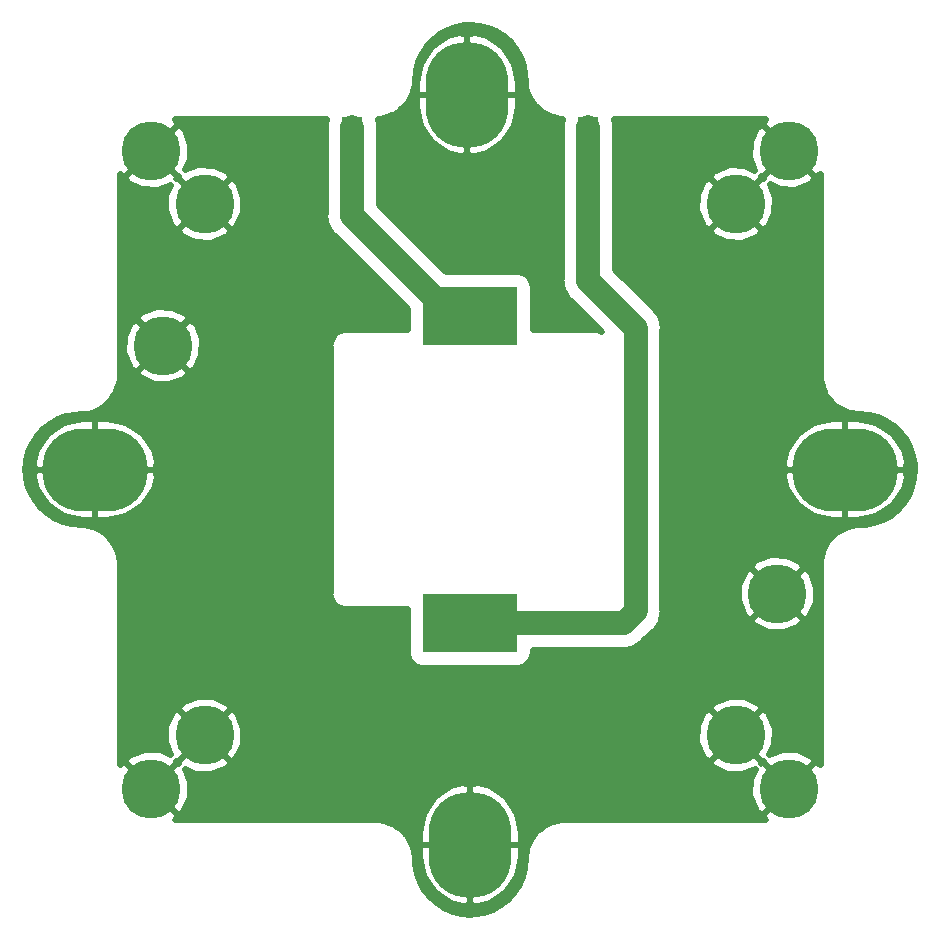
<source format=gbr>
G04 #@! TF.GenerationSoftware,KiCad,Pcbnew,(5.0.0)*
G04 #@! TF.CreationDate,2020-03-30T15:38:54-04:00*
G04 #@! TF.ProjectId,10W White LED,313057205768697465204C45442E6B69,rev?*
G04 #@! TF.SameCoordinates,Original*
G04 #@! TF.FileFunction,Copper,L2,Bot,Signal*
G04 #@! TF.FilePolarity,Positive*
%FSLAX46Y46*%
G04 Gerber Fmt 4.6, Leading zero omitted, Abs format (unit mm)*
G04 Created by KiCad (PCBNEW (5.0.0)) date 03/30/20 15:38:54*
%MOMM*%
%LPD*%
G01*
G04 APERTURE LIST*
G04 #@! TA.AperFunction,ComponentPad*
%ADD10O,9.000000X7.000000*%
G04 #@! TD*
G04 #@! TA.AperFunction,ComponentPad*
%ADD11O,7.000000X9.000000*%
G04 #@! TD*
G04 #@! TA.AperFunction,ComponentPad*
%ADD12C,5.000000*%
G04 #@! TD*
G04 #@! TA.AperFunction,SMDPad,CuDef*
%ADD13R,8.000000X5.000000*%
G04 #@! TD*
G04 #@! TA.AperFunction,ComponentPad*
%ADD14R,1.700000X1.700000*%
G04 #@! TD*
G04 #@! TA.AperFunction,Conductor*
%ADD15C,2.000000*%
G04 #@! TD*
G04 #@! TA.AperFunction,Conductor*
%ADD16C,0.500000*%
G04 #@! TD*
G04 APERTURE END LIST*
D10*
G04 #@! TO.P,LENSE1,1*
G04 #@! TO.N,GND*
X181750000Y-100000000D03*
D11*
X149750000Y-68250000D03*
D10*
X118250000Y-100000000D03*
D11*
X150000000Y-131750000D03*
G04 #@! TD*
D12*
G04 #@! TO.P,HEATSINK1,3*
G04 #@! TO.N,GND*
X172500000Y-122500000D03*
X127500000Y-122500000D03*
X127500000Y-77500000D03*
X172500000Y-77500000D03*
G04 #@! TO.P,HEATSINK1,2*
X124000000Y-89500000D03*
G04 #@! TO.P,HEATSINK1,1*
X176000000Y-110500000D03*
G04 #@! TD*
D13*
G04 #@! TO.P,D1,1*
G04 #@! TO.N,Net-(D1-Pad1)*
X150000000Y-113000000D03*
G04 #@! TO.P,D1,2*
G04 #@! TO.N,Net-(D1-Pad2)*
X150000000Y-87000000D03*
G04 #@! TD*
D12*
G04 #@! TO.P,MNT1,1*
G04 #@! TO.N,GND*
X123000000Y-73000000D03*
G04 #@! TD*
G04 #@! TO.P,MNT2,1*
G04 #@! TO.N,GND*
X177000000Y-73000000D03*
G04 #@! TD*
G04 #@! TO.P,MNT3,1*
G04 #@! TO.N,GND*
X177000000Y-127000000D03*
G04 #@! TD*
G04 #@! TO.P,MNT4,1*
G04 #@! TO.N,GND*
X123000000Y-127000000D03*
G04 #@! TD*
D14*
G04 #@! TO.P,NEG1,1*
G04 #@! TO.N,Net-(D1-Pad1)*
X160000000Y-71000000D03*
G04 #@! TD*
G04 #@! TO.P,POS1,1*
G04 #@! TO.N,Net-(D1-Pad2)*
X140000000Y-71000000D03*
G04 #@! TD*
D15*
G04 #@! TO.N,Net-(D1-Pad2)*
X148500000Y-87000000D02*
X150000000Y-87000000D01*
X140000000Y-78500000D02*
X148500000Y-87000000D01*
X140000000Y-71000000D02*
X140000000Y-78500000D01*
G04 #@! TO.N,Net-(D1-Pad1)*
X150000000Y-113000000D02*
X163000000Y-113000000D01*
X163000000Y-113000000D02*
X164000000Y-112000000D01*
X164000000Y-112000000D02*
X164000000Y-88000000D01*
X160000000Y-84000000D02*
X160000000Y-71000000D01*
X164000000Y-88000000D02*
X160000000Y-84000000D01*
G04 #@! TD*
D16*
G04 #@! TO.N,GND*
G36*
X137750000Y-70778395D02*
X137750001Y-78278391D01*
X137705920Y-78500000D01*
X137880547Y-79377907D01*
X137928240Y-79449284D01*
X138377841Y-80122160D01*
X138565710Y-80247690D01*
X144725512Y-86407493D01*
X144725512Y-88175000D01*
X139630499Y-88175000D01*
X139500000Y-88149042D01*
X139369501Y-88175000D01*
X138983011Y-88251878D01*
X138544728Y-88544728D01*
X138251878Y-88983011D01*
X138149042Y-89500000D01*
X138175000Y-89630499D01*
X138175001Y-110369496D01*
X138149042Y-110500000D01*
X138251878Y-111016989D01*
X138544728Y-111455272D01*
X138983011Y-111748122D01*
X139369501Y-111825000D01*
X139500000Y-111850958D01*
X139630499Y-111825000D01*
X144725512Y-111825000D01*
X144725512Y-115500000D01*
X144822527Y-115987725D01*
X145098801Y-116401199D01*
X145512275Y-116677473D01*
X146000000Y-116774488D01*
X154000000Y-116774488D01*
X154487725Y-116677473D01*
X154901199Y-116401199D01*
X155177473Y-115987725D01*
X155274488Y-115500000D01*
X155274488Y-115250000D01*
X162778395Y-115250000D01*
X163000000Y-115294080D01*
X163221605Y-115250000D01*
X163221606Y-115250000D01*
X163877906Y-115119454D01*
X164622160Y-114622160D01*
X164747692Y-114434288D01*
X165434287Y-113747693D01*
X165622160Y-113622160D01*
X166119454Y-112877906D01*
X166151317Y-112717717D01*
X173787940Y-112717717D01*
X174050716Y-113189765D01*
X175228425Y-113730977D01*
X176523599Y-113780303D01*
X177739061Y-113330232D01*
X177949284Y-113189765D01*
X178212060Y-112717717D01*
X176000000Y-110505657D01*
X173787940Y-112717717D01*
X166151317Y-112717717D01*
X166250000Y-112221606D01*
X166250000Y-112221605D01*
X166294080Y-112000000D01*
X166250000Y-111778395D01*
X166250000Y-111023599D01*
X172719697Y-111023599D01*
X173169768Y-112239061D01*
X173310235Y-112449284D01*
X173782283Y-112712060D01*
X175994343Y-110500000D01*
X176005657Y-110500000D01*
X178217717Y-112712060D01*
X178689765Y-112449284D01*
X179230977Y-111271575D01*
X179280303Y-109976401D01*
X178830232Y-108760939D01*
X178689765Y-108550716D01*
X178217717Y-108287940D01*
X176005657Y-110500000D01*
X175994343Y-110500000D01*
X173782283Y-108287940D01*
X173310235Y-108550716D01*
X172769023Y-109728425D01*
X172719697Y-111023599D01*
X166250000Y-111023599D01*
X166250000Y-108282283D01*
X173787940Y-108282283D01*
X176000000Y-110494343D01*
X178212060Y-108282283D01*
X177949284Y-107810235D01*
X176771575Y-107269023D01*
X175476401Y-107219697D01*
X174260939Y-107669768D01*
X174050716Y-107810235D01*
X173787940Y-108282283D01*
X166250000Y-108282283D01*
X166250000Y-100670048D01*
X176545051Y-100670048D01*
X176814590Y-101625770D01*
X177736311Y-103008032D01*
X179116838Y-103932348D01*
X180746000Y-104258000D01*
X181746000Y-104258000D01*
X181746000Y-100004000D01*
X181754000Y-100004000D01*
X181754000Y-104258000D01*
X182754000Y-104258000D01*
X184383162Y-103932348D01*
X185763689Y-103008032D01*
X186685410Y-101625770D01*
X186954949Y-100670048D01*
X186818498Y-100004000D01*
X181754000Y-100004000D01*
X181746000Y-100004000D01*
X176681502Y-100004000D01*
X176545051Y-100670048D01*
X166250000Y-100670048D01*
X166250000Y-99329952D01*
X176545051Y-99329952D01*
X176681502Y-99996000D01*
X181746000Y-99996000D01*
X181746000Y-95742000D01*
X181754000Y-95742000D01*
X181754000Y-99996000D01*
X186818498Y-99996000D01*
X186954949Y-99329952D01*
X186685410Y-98374230D01*
X185763689Y-96991968D01*
X184383162Y-96067652D01*
X182754000Y-95742000D01*
X181754000Y-95742000D01*
X181746000Y-95742000D01*
X180746000Y-95742000D01*
X179116838Y-96067652D01*
X177736311Y-96991968D01*
X176814590Y-98374230D01*
X176545051Y-99329952D01*
X166250000Y-99329952D01*
X166250000Y-88221604D01*
X166294080Y-87999999D01*
X166204712Y-87550716D01*
X166119454Y-87122094D01*
X166037874Y-87000000D01*
X165747689Y-86565708D01*
X165622160Y-86377840D01*
X165434291Y-86252310D01*
X162250000Y-83068020D01*
X162250000Y-79717717D01*
X170287940Y-79717717D01*
X170550716Y-80189765D01*
X171728425Y-80730977D01*
X173023599Y-80780303D01*
X174239061Y-80330232D01*
X174449284Y-80189765D01*
X174712060Y-79717717D01*
X172500000Y-77505657D01*
X170287940Y-79717717D01*
X162250000Y-79717717D01*
X162250000Y-78023599D01*
X169219697Y-78023599D01*
X169669768Y-79239061D01*
X169810235Y-79449284D01*
X170282283Y-79712060D01*
X172494343Y-77500000D01*
X172505657Y-77500000D01*
X174717717Y-79712060D01*
X175189765Y-79449284D01*
X175730977Y-78271575D01*
X175780303Y-76976401D01*
X175355790Y-75829961D01*
X176228425Y-76230977D01*
X177523599Y-76280303D01*
X178739061Y-75830232D01*
X178949284Y-75689765D01*
X179212060Y-75217717D01*
X177000000Y-73005657D01*
X174787940Y-75217717D01*
X174876117Y-75376117D01*
X174717717Y-75287940D01*
X172505657Y-77500000D01*
X172494343Y-77500000D01*
X170282283Y-75287940D01*
X169810235Y-75550716D01*
X169269023Y-76728425D01*
X169219697Y-78023599D01*
X162250000Y-78023599D01*
X162250000Y-75282283D01*
X170287940Y-75282283D01*
X172500000Y-77494343D01*
X174712060Y-75282283D01*
X174623883Y-75123883D01*
X174782283Y-75212060D01*
X176994343Y-73000000D01*
X174782283Y-70787940D01*
X174310235Y-71050716D01*
X173769023Y-72228425D01*
X173719697Y-73523599D01*
X174144210Y-74670039D01*
X173271575Y-74269023D01*
X171976401Y-74219697D01*
X170760939Y-74669768D01*
X170550716Y-74810235D01*
X170287940Y-75282283D01*
X162250000Y-75282283D01*
X162250000Y-70778394D01*
X162159814Y-70325000D01*
X174945619Y-70325000D01*
X175038257Y-70332616D01*
X174787940Y-70782283D01*
X177000000Y-72994343D01*
X177014142Y-72980201D01*
X177019799Y-72985858D01*
X177005657Y-73000000D01*
X179217717Y-75212060D01*
X179671612Y-74959389D01*
X179675001Y-75031244D01*
X179675000Y-92130498D01*
X179684648Y-92179002D01*
X179700611Y-92393811D01*
X179729634Y-92525818D01*
X179747978Y-92659727D01*
X179752522Y-92675265D01*
X179914999Y-93218549D01*
X179990428Y-93381794D01*
X180063856Y-93545943D01*
X180072577Y-93559581D01*
X180381005Y-94035427D01*
X180499195Y-94170910D01*
X180615766Y-94307881D01*
X180627965Y-94318523D01*
X181057550Y-94688678D01*
X181209067Y-94785577D01*
X181359347Y-94884293D01*
X181374042Y-94891083D01*
X181890251Y-95125789D01*
X182062872Y-95176267D01*
X182234819Y-95228836D01*
X182250827Y-95231229D01*
X182250829Y-95231229D01*
X182812162Y-95311618D01*
X182828380Y-95311618D01*
X182859200Y-95317497D01*
X182891432Y-95320545D01*
X183762820Y-95392186D01*
X184505152Y-95578647D01*
X185207063Y-95883846D01*
X185849699Y-96299586D01*
X186415809Y-96814707D01*
X186890183Y-97415370D01*
X187260084Y-98085443D01*
X187515576Y-98806928D01*
X187653879Y-99583359D01*
X187672435Y-99976823D01*
X187607814Y-100762824D01*
X187421354Y-101505150D01*
X187116154Y-102207063D01*
X186700412Y-102849701D01*
X186185293Y-103415809D01*
X185584630Y-103890183D01*
X184914557Y-104260084D01*
X184193069Y-104515576D01*
X183416641Y-104653879D01*
X182937584Y-104676471D01*
X182924985Y-104678107D01*
X182917958Y-104677542D01*
X182901807Y-104678643D01*
X182606189Y-104700611D01*
X182474183Y-104729634D01*
X182340273Y-104747978D01*
X182324735Y-104752522D01*
X181781450Y-104914999D01*
X181618190Y-104990435D01*
X181454057Y-105063856D01*
X181440419Y-105072577D01*
X180964573Y-105381005D01*
X180829090Y-105499195D01*
X180692119Y-105615766D01*
X180681478Y-105627965D01*
X180311322Y-106057550D01*
X180214440Y-106209040D01*
X180115707Y-106359347D01*
X180108917Y-106374043D01*
X179874211Y-106890251D01*
X179823733Y-107062872D01*
X179771164Y-107234819D01*
X179768771Y-107250829D01*
X179693463Y-107776682D01*
X179675000Y-107869502D01*
X179675001Y-124945607D01*
X179667384Y-125038257D01*
X179217717Y-124787940D01*
X177005657Y-127000000D01*
X177019799Y-127014142D01*
X177014142Y-127019799D01*
X177000000Y-127005657D01*
X174787940Y-129217717D01*
X175040611Y-129671612D01*
X174968777Y-129675000D01*
X157869501Y-129675000D01*
X157820996Y-129684648D01*
X157606189Y-129700611D01*
X157474183Y-129729634D01*
X157340273Y-129747978D01*
X157324735Y-129752522D01*
X156781450Y-129914999D01*
X156618190Y-129990435D01*
X156454057Y-130063856D01*
X156440419Y-130072577D01*
X155964573Y-130381005D01*
X155829090Y-130499195D01*
X155692119Y-130615766D01*
X155681478Y-130627965D01*
X155311322Y-131057550D01*
X155214440Y-131209040D01*
X155115707Y-131359347D01*
X155108917Y-131374043D01*
X154874211Y-131890251D01*
X154823733Y-132062872D01*
X154771164Y-132234819D01*
X154768771Y-132250829D01*
X154688382Y-132812162D01*
X154688382Y-132828380D01*
X154682503Y-132859200D01*
X154679455Y-132891432D01*
X154607814Y-133762824D01*
X154421354Y-134505150D01*
X154116154Y-135207063D01*
X153700412Y-135849701D01*
X153185293Y-136415809D01*
X152584630Y-136890183D01*
X151914557Y-137260084D01*
X151193069Y-137515576D01*
X150416641Y-137653879D01*
X150023177Y-137672435D01*
X149237176Y-137607814D01*
X148494850Y-137421354D01*
X147792937Y-137116154D01*
X147150299Y-136700412D01*
X146584191Y-136185293D01*
X146109817Y-135584630D01*
X145739916Y-134914557D01*
X145484424Y-134193069D01*
X145346121Y-133416641D01*
X145323529Y-132937584D01*
X145321893Y-132924985D01*
X145322458Y-132917958D01*
X145321357Y-132901807D01*
X145299389Y-132606189D01*
X145270366Y-132474183D01*
X145252022Y-132340273D01*
X145247478Y-132324735D01*
X145085001Y-131781450D01*
X145072318Y-131754000D01*
X145742000Y-131754000D01*
X145742000Y-132754000D01*
X146067652Y-134383162D01*
X146991968Y-135763689D01*
X148374230Y-136685410D01*
X149329952Y-136954949D01*
X149996000Y-136818498D01*
X149996000Y-131754000D01*
X150004000Y-131754000D01*
X150004000Y-136818498D01*
X150670048Y-136954949D01*
X151625770Y-136685410D01*
X153008032Y-135763689D01*
X153932348Y-134383162D01*
X154258000Y-132754000D01*
X154258000Y-131754000D01*
X150004000Y-131754000D01*
X149996000Y-131754000D01*
X145742000Y-131754000D01*
X145072318Y-131754000D01*
X145009565Y-131618190D01*
X144936144Y-131454057D01*
X144927423Y-131440419D01*
X144618995Y-130964573D01*
X144500805Y-130829090D01*
X144430091Y-130746000D01*
X145742000Y-130746000D01*
X145742000Y-131746000D01*
X149996000Y-131746000D01*
X149996000Y-126681502D01*
X150004000Y-126681502D01*
X150004000Y-131746000D01*
X154258000Y-131746000D01*
X154258000Y-130746000D01*
X153932348Y-129116838D01*
X153008032Y-127736311D01*
X151625770Y-126814590D01*
X150670048Y-126545051D01*
X150004000Y-126681502D01*
X149996000Y-126681502D01*
X149329952Y-126545051D01*
X148374230Y-126814590D01*
X146991968Y-127736311D01*
X146067652Y-129116838D01*
X145742000Y-130746000D01*
X144430091Y-130746000D01*
X144384234Y-130692119D01*
X144372035Y-130681478D01*
X143942450Y-130311322D01*
X143790960Y-130214440D01*
X143640653Y-130115707D01*
X143625962Y-130108919D01*
X143625958Y-130108917D01*
X143109749Y-129874211D01*
X142937128Y-129823733D01*
X142765181Y-129771164D01*
X142749173Y-129768771D01*
X142749171Y-129768771D01*
X142223321Y-129693464D01*
X142130499Y-129675000D01*
X125054381Y-129675000D01*
X124961743Y-129667384D01*
X125212060Y-129217717D01*
X123000000Y-127005657D01*
X122985858Y-127019799D01*
X122980201Y-127014142D01*
X122994343Y-127000000D01*
X123005657Y-127000000D01*
X125217717Y-129212060D01*
X125689765Y-128949284D01*
X126230977Y-127771575D01*
X126280303Y-126476401D01*
X125855790Y-125329961D01*
X126728425Y-125730977D01*
X128023599Y-125780303D01*
X129239061Y-125330232D01*
X129449284Y-125189765D01*
X129712060Y-124717717D01*
X170287940Y-124717717D01*
X170550716Y-125189765D01*
X171728425Y-125730977D01*
X173023599Y-125780303D01*
X174170039Y-125355790D01*
X173769023Y-126228425D01*
X173719697Y-127523599D01*
X174169768Y-128739061D01*
X174310235Y-128949284D01*
X174782283Y-129212060D01*
X176994343Y-127000000D01*
X174782283Y-124787940D01*
X174623883Y-124876117D01*
X174712060Y-124717717D01*
X172500000Y-122505657D01*
X170287940Y-124717717D01*
X129712060Y-124717717D01*
X127500000Y-122505657D01*
X125287940Y-124717717D01*
X125376117Y-124876117D01*
X125217717Y-124787940D01*
X123005657Y-127000000D01*
X122994343Y-127000000D01*
X120782283Y-124787940D01*
X120328388Y-125040611D01*
X120325000Y-124968777D01*
X120325000Y-124782283D01*
X120787940Y-124782283D01*
X123000000Y-126994343D01*
X125212060Y-124782283D01*
X125123883Y-124623883D01*
X125282283Y-124712060D01*
X127494343Y-122500000D01*
X127505657Y-122500000D01*
X129717717Y-124712060D01*
X130189765Y-124449284D01*
X130730977Y-123271575D01*
X130740421Y-123023599D01*
X169219697Y-123023599D01*
X169669768Y-124239061D01*
X169810235Y-124449284D01*
X170282283Y-124712060D01*
X172494343Y-122500000D01*
X172505657Y-122500000D01*
X174717717Y-124712060D01*
X174876117Y-124623883D01*
X174787940Y-124782283D01*
X177000000Y-126994343D01*
X179212060Y-124782283D01*
X178949284Y-124310235D01*
X177771575Y-123769023D01*
X176476401Y-123719697D01*
X175329961Y-124144210D01*
X175730977Y-123271575D01*
X175780303Y-121976401D01*
X175330232Y-120760939D01*
X175189765Y-120550716D01*
X174717717Y-120287940D01*
X172505657Y-122500000D01*
X172494343Y-122500000D01*
X170282283Y-120287940D01*
X169810235Y-120550716D01*
X169269023Y-121728425D01*
X169219697Y-123023599D01*
X130740421Y-123023599D01*
X130780303Y-121976401D01*
X130330232Y-120760939D01*
X130189765Y-120550716D01*
X129717717Y-120287940D01*
X127505657Y-122500000D01*
X127494343Y-122500000D01*
X125282283Y-120287940D01*
X124810235Y-120550716D01*
X124269023Y-121728425D01*
X124219697Y-123023599D01*
X124644210Y-124170039D01*
X123771575Y-123769023D01*
X122476401Y-123719697D01*
X121260939Y-124169768D01*
X121050716Y-124310235D01*
X120787940Y-124782283D01*
X120325000Y-124782283D01*
X120325000Y-120282283D01*
X125287940Y-120282283D01*
X127500000Y-122494343D01*
X129712060Y-120282283D01*
X170287940Y-120282283D01*
X172500000Y-122494343D01*
X174712060Y-120282283D01*
X174449284Y-119810235D01*
X173271575Y-119269023D01*
X171976401Y-119219697D01*
X170760939Y-119669768D01*
X170550716Y-119810235D01*
X170287940Y-120282283D01*
X129712060Y-120282283D01*
X129449284Y-119810235D01*
X128271575Y-119269023D01*
X126976401Y-119219697D01*
X125760939Y-119669768D01*
X125550716Y-119810235D01*
X125287940Y-120282283D01*
X120325000Y-120282283D01*
X120325000Y-107869501D01*
X120315352Y-107820996D01*
X120299389Y-107606189D01*
X120270366Y-107474183D01*
X120252022Y-107340273D01*
X120247478Y-107324735D01*
X120085001Y-106781450D01*
X120009565Y-106618190D01*
X119936144Y-106454057D01*
X119927423Y-106440419D01*
X119618995Y-105964573D01*
X119500805Y-105829090D01*
X119384234Y-105692119D01*
X119372035Y-105681478D01*
X118942450Y-105311322D01*
X118790960Y-105214440D01*
X118640653Y-105115707D01*
X118625962Y-105108919D01*
X118625958Y-105108917D01*
X118109749Y-104874211D01*
X117937128Y-104823733D01*
X117765181Y-104771164D01*
X117749173Y-104768771D01*
X117749171Y-104768771D01*
X117187838Y-104688382D01*
X117171620Y-104688382D01*
X117140800Y-104682503D01*
X117108568Y-104679455D01*
X116237176Y-104607814D01*
X115494850Y-104421354D01*
X114792937Y-104116154D01*
X114150299Y-103700412D01*
X113584191Y-103185293D01*
X113109817Y-102584630D01*
X112739916Y-101914557D01*
X112484424Y-101193069D01*
X112391260Y-100670048D01*
X113045051Y-100670048D01*
X113314590Y-101625770D01*
X114236311Y-103008032D01*
X115616838Y-103932348D01*
X117246000Y-104258000D01*
X118246000Y-104258000D01*
X118246000Y-100004000D01*
X118254000Y-100004000D01*
X118254000Y-104258000D01*
X119254000Y-104258000D01*
X120883162Y-103932348D01*
X122263689Y-103008032D01*
X123185410Y-101625770D01*
X123454949Y-100670048D01*
X123318498Y-100004000D01*
X118254000Y-100004000D01*
X118246000Y-100004000D01*
X113181502Y-100004000D01*
X113045051Y-100670048D01*
X112391260Y-100670048D01*
X112346121Y-100416641D01*
X112327565Y-100023177D01*
X112384558Y-99329952D01*
X113045051Y-99329952D01*
X113181502Y-99996000D01*
X118246000Y-99996000D01*
X118246000Y-95742000D01*
X118254000Y-95742000D01*
X118254000Y-99996000D01*
X123318498Y-99996000D01*
X123454949Y-99329952D01*
X123185410Y-98374230D01*
X122263689Y-96991968D01*
X120883162Y-96067652D01*
X119254000Y-95742000D01*
X118254000Y-95742000D01*
X118246000Y-95742000D01*
X117246000Y-95742000D01*
X115616838Y-96067652D01*
X114236311Y-96991968D01*
X113314590Y-98374230D01*
X113045051Y-99329952D01*
X112384558Y-99329952D01*
X112392186Y-99237180D01*
X112578647Y-98494848D01*
X112883846Y-97792937D01*
X113299586Y-97150301D01*
X113814707Y-96584191D01*
X114415370Y-96109817D01*
X115085443Y-95739916D01*
X115806928Y-95484424D01*
X116583359Y-95346121D01*
X117062416Y-95323529D01*
X117075015Y-95321893D01*
X117082042Y-95322458D01*
X117098192Y-95321357D01*
X117393811Y-95299389D01*
X117525818Y-95270366D01*
X117659727Y-95252022D01*
X117675265Y-95247478D01*
X118218549Y-95085001D01*
X118381794Y-95009572D01*
X118545943Y-94936144D01*
X118559581Y-94927423D01*
X119035427Y-94618995D01*
X119170910Y-94500805D01*
X119307881Y-94384234D01*
X119318523Y-94372035D01*
X119688678Y-93942450D01*
X119785577Y-93790933D01*
X119884293Y-93640653D01*
X119891083Y-93625958D01*
X120125789Y-93109749D01*
X120176267Y-92937128D01*
X120228836Y-92765181D01*
X120231229Y-92749171D01*
X120306536Y-92223321D01*
X120325000Y-92130499D01*
X120325000Y-91717717D01*
X121787940Y-91717717D01*
X122050716Y-92189765D01*
X123228425Y-92730977D01*
X124523599Y-92780303D01*
X125739061Y-92330232D01*
X125949284Y-92189765D01*
X126212060Y-91717717D01*
X124000000Y-89505657D01*
X121787940Y-91717717D01*
X120325000Y-91717717D01*
X120325000Y-90023599D01*
X120719697Y-90023599D01*
X121169768Y-91239061D01*
X121310235Y-91449284D01*
X121782283Y-91712060D01*
X123994343Y-89500000D01*
X124005657Y-89500000D01*
X126217717Y-91712060D01*
X126689765Y-91449284D01*
X127230977Y-90271575D01*
X127280303Y-88976401D01*
X126830232Y-87760939D01*
X126689765Y-87550716D01*
X126217717Y-87287940D01*
X124005657Y-89500000D01*
X123994343Y-89500000D01*
X121782283Y-87287940D01*
X121310235Y-87550716D01*
X120769023Y-88728425D01*
X120719697Y-90023599D01*
X120325000Y-90023599D01*
X120325000Y-87282283D01*
X121787940Y-87282283D01*
X124000000Y-89494343D01*
X126212060Y-87282283D01*
X125949284Y-86810235D01*
X124771575Y-86269023D01*
X123476401Y-86219697D01*
X122260939Y-86669768D01*
X122050716Y-86810235D01*
X121787940Y-87282283D01*
X120325000Y-87282283D01*
X120325000Y-79717717D01*
X125287940Y-79717717D01*
X125550716Y-80189765D01*
X126728425Y-80730977D01*
X128023599Y-80780303D01*
X129239061Y-80330232D01*
X129449284Y-80189765D01*
X129712060Y-79717717D01*
X127500000Y-77505657D01*
X125287940Y-79717717D01*
X120325000Y-79717717D01*
X120325000Y-75217717D01*
X120787940Y-75217717D01*
X121050716Y-75689765D01*
X122228425Y-76230977D01*
X123523599Y-76280303D01*
X124670039Y-75855790D01*
X124269023Y-76728425D01*
X124219697Y-78023599D01*
X124669768Y-79239061D01*
X124810235Y-79449284D01*
X125282283Y-79712060D01*
X127494343Y-77500000D01*
X127505657Y-77500000D01*
X129717717Y-79712060D01*
X130189765Y-79449284D01*
X130730977Y-78271575D01*
X130780303Y-76976401D01*
X130330232Y-75760939D01*
X130189765Y-75550716D01*
X129717717Y-75287940D01*
X127505657Y-77500000D01*
X127494343Y-77500000D01*
X125282283Y-75287940D01*
X125123883Y-75376117D01*
X125212060Y-75217717D01*
X123000000Y-73005657D01*
X120787940Y-75217717D01*
X120325000Y-75217717D01*
X120325000Y-75054381D01*
X120332616Y-74961743D01*
X120782283Y-75212060D01*
X122994343Y-73000000D01*
X123005657Y-73000000D01*
X125217717Y-75212060D01*
X125376117Y-75123883D01*
X125287940Y-75282283D01*
X127500000Y-77494343D01*
X129712060Y-75282283D01*
X129449284Y-74810235D01*
X128271575Y-74269023D01*
X126976401Y-74219697D01*
X125829961Y-74644210D01*
X126230977Y-73771575D01*
X126280303Y-72476401D01*
X125830232Y-71260939D01*
X125689765Y-71050716D01*
X125217717Y-70787940D01*
X123005657Y-73000000D01*
X122994343Y-73000000D01*
X122980201Y-72985858D01*
X122985858Y-72980201D01*
X123000000Y-72994343D01*
X125212060Y-70782283D01*
X124959389Y-70328388D01*
X125031223Y-70325000D01*
X137840186Y-70325000D01*
X137750000Y-70778395D01*
X137750000Y-70778395D01*
G37*
X137750000Y-70778395D02*
X137750001Y-78278391D01*
X137705920Y-78500000D01*
X137880547Y-79377907D01*
X137928240Y-79449284D01*
X138377841Y-80122160D01*
X138565710Y-80247690D01*
X144725512Y-86407493D01*
X144725512Y-88175000D01*
X139630499Y-88175000D01*
X139500000Y-88149042D01*
X139369501Y-88175000D01*
X138983011Y-88251878D01*
X138544728Y-88544728D01*
X138251878Y-88983011D01*
X138149042Y-89500000D01*
X138175000Y-89630499D01*
X138175001Y-110369496D01*
X138149042Y-110500000D01*
X138251878Y-111016989D01*
X138544728Y-111455272D01*
X138983011Y-111748122D01*
X139369501Y-111825000D01*
X139500000Y-111850958D01*
X139630499Y-111825000D01*
X144725512Y-111825000D01*
X144725512Y-115500000D01*
X144822527Y-115987725D01*
X145098801Y-116401199D01*
X145512275Y-116677473D01*
X146000000Y-116774488D01*
X154000000Y-116774488D01*
X154487725Y-116677473D01*
X154901199Y-116401199D01*
X155177473Y-115987725D01*
X155274488Y-115500000D01*
X155274488Y-115250000D01*
X162778395Y-115250000D01*
X163000000Y-115294080D01*
X163221605Y-115250000D01*
X163221606Y-115250000D01*
X163877906Y-115119454D01*
X164622160Y-114622160D01*
X164747692Y-114434288D01*
X165434287Y-113747693D01*
X165622160Y-113622160D01*
X166119454Y-112877906D01*
X166151317Y-112717717D01*
X173787940Y-112717717D01*
X174050716Y-113189765D01*
X175228425Y-113730977D01*
X176523599Y-113780303D01*
X177739061Y-113330232D01*
X177949284Y-113189765D01*
X178212060Y-112717717D01*
X176000000Y-110505657D01*
X173787940Y-112717717D01*
X166151317Y-112717717D01*
X166250000Y-112221606D01*
X166250000Y-112221605D01*
X166294080Y-112000000D01*
X166250000Y-111778395D01*
X166250000Y-111023599D01*
X172719697Y-111023599D01*
X173169768Y-112239061D01*
X173310235Y-112449284D01*
X173782283Y-112712060D01*
X175994343Y-110500000D01*
X176005657Y-110500000D01*
X178217717Y-112712060D01*
X178689765Y-112449284D01*
X179230977Y-111271575D01*
X179280303Y-109976401D01*
X178830232Y-108760939D01*
X178689765Y-108550716D01*
X178217717Y-108287940D01*
X176005657Y-110500000D01*
X175994343Y-110500000D01*
X173782283Y-108287940D01*
X173310235Y-108550716D01*
X172769023Y-109728425D01*
X172719697Y-111023599D01*
X166250000Y-111023599D01*
X166250000Y-108282283D01*
X173787940Y-108282283D01*
X176000000Y-110494343D01*
X178212060Y-108282283D01*
X177949284Y-107810235D01*
X176771575Y-107269023D01*
X175476401Y-107219697D01*
X174260939Y-107669768D01*
X174050716Y-107810235D01*
X173787940Y-108282283D01*
X166250000Y-108282283D01*
X166250000Y-100670048D01*
X176545051Y-100670048D01*
X176814590Y-101625770D01*
X177736311Y-103008032D01*
X179116838Y-103932348D01*
X180746000Y-104258000D01*
X181746000Y-104258000D01*
X181746000Y-100004000D01*
X181754000Y-100004000D01*
X181754000Y-104258000D01*
X182754000Y-104258000D01*
X184383162Y-103932348D01*
X185763689Y-103008032D01*
X186685410Y-101625770D01*
X186954949Y-100670048D01*
X186818498Y-100004000D01*
X181754000Y-100004000D01*
X181746000Y-100004000D01*
X176681502Y-100004000D01*
X176545051Y-100670048D01*
X166250000Y-100670048D01*
X166250000Y-99329952D01*
X176545051Y-99329952D01*
X176681502Y-99996000D01*
X181746000Y-99996000D01*
X181746000Y-95742000D01*
X181754000Y-95742000D01*
X181754000Y-99996000D01*
X186818498Y-99996000D01*
X186954949Y-99329952D01*
X186685410Y-98374230D01*
X185763689Y-96991968D01*
X184383162Y-96067652D01*
X182754000Y-95742000D01*
X181754000Y-95742000D01*
X181746000Y-95742000D01*
X180746000Y-95742000D01*
X179116838Y-96067652D01*
X177736311Y-96991968D01*
X176814590Y-98374230D01*
X176545051Y-99329952D01*
X166250000Y-99329952D01*
X166250000Y-88221604D01*
X166294080Y-87999999D01*
X166204712Y-87550716D01*
X166119454Y-87122094D01*
X166037874Y-87000000D01*
X165747689Y-86565708D01*
X165622160Y-86377840D01*
X165434291Y-86252310D01*
X162250000Y-83068020D01*
X162250000Y-79717717D01*
X170287940Y-79717717D01*
X170550716Y-80189765D01*
X171728425Y-80730977D01*
X173023599Y-80780303D01*
X174239061Y-80330232D01*
X174449284Y-80189765D01*
X174712060Y-79717717D01*
X172500000Y-77505657D01*
X170287940Y-79717717D01*
X162250000Y-79717717D01*
X162250000Y-78023599D01*
X169219697Y-78023599D01*
X169669768Y-79239061D01*
X169810235Y-79449284D01*
X170282283Y-79712060D01*
X172494343Y-77500000D01*
X172505657Y-77500000D01*
X174717717Y-79712060D01*
X175189765Y-79449284D01*
X175730977Y-78271575D01*
X175780303Y-76976401D01*
X175355790Y-75829961D01*
X176228425Y-76230977D01*
X177523599Y-76280303D01*
X178739061Y-75830232D01*
X178949284Y-75689765D01*
X179212060Y-75217717D01*
X177000000Y-73005657D01*
X174787940Y-75217717D01*
X174876117Y-75376117D01*
X174717717Y-75287940D01*
X172505657Y-77500000D01*
X172494343Y-77500000D01*
X170282283Y-75287940D01*
X169810235Y-75550716D01*
X169269023Y-76728425D01*
X169219697Y-78023599D01*
X162250000Y-78023599D01*
X162250000Y-75282283D01*
X170287940Y-75282283D01*
X172500000Y-77494343D01*
X174712060Y-75282283D01*
X174623883Y-75123883D01*
X174782283Y-75212060D01*
X176994343Y-73000000D01*
X174782283Y-70787940D01*
X174310235Y-71050716D01*
X173769023Y-72228425D01*
X173719697Y-73523599D01*
X174144210Y-74670039D01*
X173271575Y-74269023D01*
X171976401Y-74219697D01*
X170760939Y-74669768D01*
X170550716Y-74810235D01*
X170287940Y-75282283D01*
X162250000Y-75282283D01*
X162250000Y-70778394D01*
X162159814Y-70325000D01*
X174945619Y-70325000D01*
X175038257Y-70332616D01*
X174787940Y-70782283D01*
X177000000Y-72994343D01*
X177014142Y-72980201D01*
X177019799Y-72985858D01*
X177005657Y-73000000D01*
X179217717Y-75212060D01*
X179671612Y-74959389D01*
X179675001Y-75031244D01*
X179675000Y-92130498D01*
X179684648Y-92179002D01*
X179700611Y-92393811D01*
X179729634Y-92525818D01*
X179747978Y-92659727D01*
X179752522Y-92675265D01*
X179914999Y-93218549D01*
X179990428Y-93381794D01*
X180063856Y-93545943D01*
X180072577Y-93559581D01*
X180381005Y-94035427D01*
X180499195Y-94170910D01*
X180615766Y-94307881D01*
X180627965Y-94318523D01*
X181057550Y-94688678D01*
X181209067Y-94785577D01*
X181359347Y-94884293D01*
X181374042Y-94891083D01*
X181890251Y-95125789D01*
X182062872Y-95176267D01*
X182234819Y-95228836D01*
X182250827Y-95231229D01*
X182250829Y-95231229D01*
X182812162Y-95311618D01*
X182828380Y-95311618D01*
X182859200Y-95317497D01*
X182891432Y-95320545D01*
X183762820Y-95392186D01*
X184505152Y-95578647D01*
X185207063Y-95883846D01*
X185849699Y-96299586D01*
X186415809Y-96814707D01*
X186890183Y-97415370D01*
X187260084Y-98085443D01*
X187515576Y-98806928D01*
X187653879Y-99583359D01*
X187672435Y-99976823D01*
X187607814Y-100762824D01*
X187421354Y-101505150D01*
X187116154Y-102207063D01*
X186700412Y-102849701D01*
X186185293Y-103415809D01*
X185584630Y-103890183D01*
X184914557Y-104260084D01*
X184193069Y-104515576D01*
X183416641Y-104653879D01*
X182937584Y-104676471D01*
X182924985Y-104678107D01*
X182917958Y-104677542D01*
X182901807Y-104678643D01*
X182606189Y-104700611D01*
X182474183Y-104729634D01*
X182340273Y-104747978D01*
X182324735Y-104752522D01*
X181781450Y-104914999D01*
X181618190Y-104990435D01*
X181454057Y-105063856D01*
X181440419Y-105072577D01*
X180964573Y-105381005D01*
X180829090Y-105499195D01*
X180692119Y-105615766D01*
X180681478Y-105627965D01*
X180311322Y-106057550D01*
X180214440Y-106209040D01*
X180115707Y-106359347D01*
X180108917Y-106374043D01*
X179874211Y-106890251D01*
X179823733Y-107062872D01*
X179771164Y-107234819D01*
X179768771Y-107250829D01*
X179693463Y-107776682D01*
X179675000Y-107869502D01*
X179675001Y-124945607D01*
X179667384Y-125038257D01*
X179217717Y-124787940D01*
X177005657Y-127000000D01*
X177019799Y-127014142D01*
X177014142Y-127019799D01*
X177000000Y-127005657D01*
X174787940Y-129217717D01*
X175040611Y-129671612D01*
X174968777Y-129675000D01*
X157869501Y-129675000D01*
X157820996Y-129684648D01*
X157606189Y-129700611D01*
X157474183Y-129729634D01*
X157340273Y-129747978D01*
X157324735Y-129752522D01*
X156781450Y-129914999D01*
X156618190Y-129990435D01*
X156454057Y-130063856D01*
X156440419Y-130072577D01*
X155964573Y-130381005D01*
X155829090Y-130499195D01*
X155692119Y-130615766D01*
X155681478Y-130627965D01*
X155311322Y-131057550D01*
X155214440Y-131209040D01*
X155115707Y-131359347D01*
X155108917Y-131374043D01*
X154874211Y-131890251D01*
X154823733Y-132062872D01*
X154771164Y-132234819D01*
X154768771Y-132250829D01*
X154688382Y-132812162D01*
X154688382Y-132828380D01*
X154682503Y-132859200D01*
X154679455Y-132891432D01*
X154607814Y-133762824D01*
X154421354Y-134505150D01*
X154116154Y-135207063D01*
X153700412Y-135849701D01*
X153185293Y-136415809D01*
X152584630Y-136890183D01*
X151914557Y-137260084D01*
X151193069Y-137515576D01*
X150416641Y-137653879D01*
X150023177Y-137672435D01*
X149237176Y-137607814D01*
X148494850Y-137421354D01*
X147792937Y-137116154D01*
X147150299Y-136700412D01*
X146584191Y-136185293D01*
X146109817Y-135584630D01*
X145739916Y-134914557D01*
X145484424Y-134193069D01*
X145346121Y-133416641D01*
X145323529Y-132937584D01*
X145321893Y-132924985D01*
X145322458Y-132917958D01*
X145321357Y-132901807D01*
X145299389Y-132606189D01*
X145270366Y-132474183D01*
X145252022Y-132340273D01*
X145247478Y-132324735D01*
X145085001Y-131781450D01*
X145072318Y-131754000D01*
X145742000Y-131754000D01*
X145742000Y-132754000D01*
X146067652Y-134383162D01*
X146991968Y-135763689D01*
X148374230Y-136685410D01*
X149329952Y-136954949D01*
X149996000Y-136818498D01*
X149996000Y-131754000D01*
X150004000Y-131754000D01*
X150004000Y-136818498D01*
X150670048Y-136954949D01*
X151625770Y-136685410D01*
X153008032Y-135763689D01*
X153932348Y-134383162D01*
X154258000Y-132754000D01*
X154258000Y-131754000D01*
X150004000Y-131754000D01*
X149996000Y-131754000D01*
X145742000Y-131754000D01*
X145072318Y-131754000D01*
X145009565Y-131618190D01*
X144936144Y-131454057D01*
X144927423Y-131440419D01*
X144618995Y-130964573D01*
X144500805Y-130829090D01*
X144430091Y-130746000D01*
X145742000Y-130746000D01*
X145742000Y-131746000D01*
X149996000Y-131746000D01*
X149996000Y-126681502D01*
X150004000Y-126681502D01*
X150004000Y-131746000D01*
X154258000Y-131746000D01*
X154258000Y-130746000D01*
X153932348Y-129116838D01*
X153008032Y-127736311D01*
X151625770Y-126814590D01*
X150670048Y-126545051D01*
X150004000Y-126681502D01*
X149996000Y-126681502D01*
X149329952Y-126545051D01*
X148374230Y-126814590D01*
X146991968Y-127736311D01*
X146067652Y-129116838D01*
X145742000Y-130746000D01*
X144430091Y-130746000D01*
X144384234Y-130692119D01*
X144372035Y-130681478D01*
X143942450Y-130311322D01*
X143790960Y-130214440D01*
X143640653Y-130115707D01*
X143625962Y-130108919D01*
X143625958Y-130108917D01*
X143109749Y-129874211D01*
X142937128Y-129823733D01*
X142765181Y-129771164D01*
X142749173Y-129768771D01*
X142749171Y-129768771D01*
X142223321Y-129693464D01*
X142130499Y-129675000D01*
X125054381Y-129675000D01*
X124961743Y-129667384D01*
X125212060Y-129217717D01*
X123000000Y-127005657D01*
X122985858Y-127019799D01*
X122980201Y-127014142D01*
X122994343Y-127000000D01*
X123005657Y-127000000D01*
X125217717Y-129212060D01*
X125689765Y-128949284D01*
X126230977Y-127771575D01*
X126280303Y-126476401D01*
X125855790Y-125329961D01*
X126728425Y-125730977D01*
X128023599Y-125780303D01*
X129239061Y-125330232D01*
X129449284Y-125189765D01*
X129712060Y-124717717D01*
X170287940Y-124717717D01*
X170550716Y-125189765D01*
X171728425Y-125730977D01*
X173023599Y-125780303D01*
X174170039Y-125355790D01*
X173769023Y-126228425D01*
X173719697Y-127523599D01*
X174169768Y-128739061D01*
X174310235Y-128949284D01*
X174782283Y-129212060D01*
X176994343Y-127000000D01*
X174782283Y-124787940D01*
X174623883Y-124876117D01*
X174712060Y-124717717D01*
X172500000Y-122505657D01*
X170287940Y-124717717D01*
X129712060Y-124717717D01*
X127500000Y-122505657D01*
X125287940Y-124717717D01*
X125376117Y-124876117D01*
X125217717Y-124787940D01*
X123005657Y-127000000D01*
X122994343Y-127000000D01*
X120782283Y-124787940D01*
X120328388Y-125040611D01*
X120325000Y-124968777D01*
X120325000Y-124782283D01*
X120787940Y-124782283D01*
X123000000Y-126994343D01*
X125212060Y-124782283D01*
X125123883Y-124623883D01*
X125282283Y-124712060D01*
X127494343Y-122500000D01*
X127505657Y-122500000D01*
X129717717Y-124712060D01*
X130189765Y-124449284D01*
X130730977Y-123271575D01*
X130740421Y-123023599D01*
X169219697Y-123023599D01*
X169669768Y-124239061D01*
X169810235Y-124449284D01*
X170282283Y-124712060D01*
X172494343Y-122500000D01*
X172505657Y-122500000D01*
X174717717Y-124712060D01*
X174876117Y-124623883D01*
X174787940Y-124782283D01*
X177000000Y-126994343D01*
X179212060Y-124782283D01*
X178949284Y-124310235D01*
X177771575Y-123769023D01*
X176476401Y-123719697D01*
X175329961Y-124144210D01*
X175730977Y-123271575D01*
X175780303Y-121976401D01*
X175330232Y-120760939D01*
X175189765Y-120550716D01*
X174717717Y-120287940D01*
X172505657Y-122500000D01*
X172494343Y-122500000D01*
X170282283Y-120287940D01*
X169810235Y-120550716D01*
X169269023Y-121728425D01*
X169219697Y-123023599D01*
X130740421Y-123023599D01*
X130780303Y-121976401D01*
X130330232Y-120760939D01*
X130189765Y-120550716D01*
X129717717Y-120287940D01*
X127505657Y-122500000D01*
X127494343Y-122500000D01*
X125282283Y-120287940D01*
X124810235Y-120550716D01*
X124269023Y-121728425D01*
X124219697Y-123023599D01*
X124644210Y-124170039D01*
X123771575Y-123769023D01*
X122476401Y-123719697D01*
X121260939Y-124169768D01*
X121050716Y-124310235D01*
X120787940Y-124782283D01*
X120325000Y-124782283D01*
X120325000Y-120282283D01*
X125287940Y-120282283D01*
X127500000Y-122494343D01*
X129712060Y-120282283D01*
X170287940Y-120282283D01*
X172500000Y-122494343D01*
X174712060Y-120282283D01*
X174449284Y-119810235D01*
X173271575Y-119269023D01*
X171976401Y-119219697D01*
X170760939Y-119669768D01*
X170550716Y-119810235D01*
X170287940Y-120282283D01*
X129712060Y-120282283D01*
X129449284Y-119810235D01*
X128271575Y-119269023D01*
X126976401Y-119219697D01*
X125760939Y-119669768D01*
X125550716Y-119810235D01*
X125287940Y-120282283D01*
X120325000Y-120282283D01*
X120325000Y-107869501D01*
X120315352Y-107820996D01*
X120299389Y-107606189D01*
X120270366Y-107474183D01*
X120252022Y-107340273D01*
X120247478Y-107324735D01*
X120085001Y-106781450D01*
X120009565Y-106618190D01*
X119936144Y-106454057D01*
X119927423Y-106440419D01*
X119618995Y-105964573D01*
X119500805Y-105829090D01*
X119384234Y-105692119D01*
X119372035Y-105681478D01*
X118942450Y-105311322D01*
X118790960Y-105214440D01*
X118640653Y-105115707D01*
X118625962Y-105108919D01*
X118625958Y-105108917D01*
X118109749Y-104874211D01*
X117937128Y-104823733D01*
X117765181Y-104771164D01*
X117749173Y-104768771D01*
X117749171Y-104768771D01*
X117187838Y-104688382D01*
X117171620Y-104688382D01*
X117140800Y-104682503D01*
X117108568Y-104679455D01*
X116237176Y-104607814D01*
X115494850Y-104421354D01*
X114792937Y-104116154D01*
X114150299Y-103700412D01*
X113584191Y-103185293D01*
X113109817Y-102584630D01*
X112739916Y-101914557D01*
X112484424Y-101193069D01*
X112391260Y-100670048D01*
X113045051Y-100670048D01*
X113314590Y-101625770D01*
X114236311Y-103008032D01*
X115616838Y-103932348D01*
X117246000Y-104258000D01*
X118246000Y-104258000D01*
X118246000Y-100004000D01*
X118254000Y-100004000D01*
X118254000Y-104258000D01*
X119254000Y-104258000D01*
X120883162Y-103932348D01*
X122263689Y-103008032D01*
X123185410Y-101625770D01*
X123454949Y-100670048D01*
X123318498Y-100004000D01*
X118254000Y-100004000D01*
X118246000Y-100004000D01*
X113181502Y-100004000D01*
X113045051Y-100670048D01*
X112391260Y-100670048D01*
X112346121Y-100416641D01*
X112327565Y-100023177D01*
X112384558Y-99329952D01*
X113045051Y-99329952D01*
X113181502Y-99996000D01*
X118246000Y-99996000D01*
X118246000Y-95742000D01*
X118254000Y-95742000D01*
X118254000Y-99996000D01*
X123318498Y-99996000D01*
X123454949Y-99329952D01*
X123185410Y-98374230D01*
X122263689Y-96991968D01*
X120883162Y-96067652D01*
X119254000Y-95742000D01*
X118254000Y-95742000D01*
X118246000Y-95742000D01*
X117246000Y-95742000D01*
X115616838Y-96067652D01*
X114236311Y-96991968D01*
X113314590Y-98374230D01*
X113045051Y-99329952D01*
X112384558Y-99329952D01*
X112392186Y-99237180D01*
X112578647Y-98494848D01*
X112883846Y-97792937D01*
X113299586Y-97150301D01*
X113814707Y-96584191D01*
X114415370Y-96109817D01*
X115085443Y-95739916D01*
X115806928Y-95484424D01*
X116583359Y-95346121D01*
X117062416Y-95323529D01*
X117075015Y-95321893D01*
X117082042Y-95322458D01*
X117098192Y-95321357D01*
X117393811Y-95299389D01*
X117525818Y-95270366D01*
X117659727Y-95252022D01*
X117675265Y-95247478D01*
X118218549Y-95085001D01*
X118381794Y-95009572D01*
X118545943Y-94936144D01*
X118559581Y-94927423D01*
X119035427Y-94618995D01*
X119170910Y-94500805D01*
X119307881Y-94384234D01*
X119318523Y-94372035D01*
X119688678Y-93942450D01*
X119785577Y-93790933D01*
X119884293Y-93640653D01*
X119891083Y-93625958D01*
X120125789Y-93109749D01*
X120176267Y-92937128D01*
X120228836Y-92765181D01*
X120231229Y-92749171D01*
X120306536Y-92223321D01*
X120325000Y-92130499D01*
X120325000Y-91717717D01*
X121787940Y-91717717D01*
X122050716Y-92189765D01*
X123228425Y-92730977D01*
X124523599Y-92780303D01*
X125739061Y-92330232D01*
X125949284Y-92189765D01*
X126212060Y-91717717D01*
X124000000Y-89505657D01*
X121787940Y-91717717D01*
X120325000Y-91717717D01*
X120325000Y-90023599D01*
X120719697Y-90023599D01*
X121169768Y-91239061D01*
X121310235Y-91449284D01*
X121782283Y-91712060D01*
X123994343Y-89500000D01*
X124005657Y-89500000D01*
X126217717Y-91712060D01*
X126689765Y-91449284D01*
X127230977Y-90271575D01*
X127280303Y-88976401D01*
X126830232Y-87760939D01*
X126689765Y-87550716D01*
X126217717Y-87287940D01*
X124005657Y-89500000D01*
X123994343Y-89500000D01*
X121782283Y-87287940D01*
X121310235Y-87550716D01*
X120769023Y-88728425D01*
X120719697Y-90023599D01*
X120325000Y-90023599D01*
X120325000Y-87282283D01*
X121787940Y-87282283D01*
X124000000Y-89494343D01*
X126212060Y-87282283D01*
X125949284Y-86810235D01*
X124771575Y-86269023D01*
X123476401Y-86219697D01*
X122260939Y-86669768D01*
X122050716Y-86810235D01*
X121787940Y-87282283D01*
X120325000Y-87282283D01*
X120325000Y-79717717D01*
X125287940Y-79717717D01*
X125550716Y-80189765D01*
X126728425Y-80730977D01*
X128023599Y-80780303D01*
X129239061Y-80330232D01*
X129449284Y-80189765D01*
X129712060Y-79717717D01*
X127500000Y-77505657D01*
X125287940Y-79717717D01*
X120325000Y-79717717D01*
X120325000Y-75217717D01*
X120787940Y-75217717D01*
X121050716Y-75689765D01*
X122228425Y-76230977D01*
X123523599Y-76280303D01*
X124670039Y-75855790D01*
X124269023Y-76728425D01*
X124219697Y-78023599D01*
X124669768Y-79239061D01*
X124810235Y-79449284D01*
X125282283Y-79712060D01*
X127494343Y-77500000D01*
X127505657Y-77500000D01*
X129717717Y-79712060D01*
X130189765Y-79449284D01*
X130730977Y-78271575D01*
X130780303Y-76976401D01*
X130330232Y-75760939D01*
X130189765Y-75550716D01*
X129717717Y-75287940D01*
X127505657Y-77500000D01*
X127494343Y-77500000D01*
X125282283Y-75287940D01*
X125123883Y-75376117D01*
X125212060Y-75217717D01*
X123000000Y-73005657D01*
X120787940Y-75217717D01*
X120325000Y-75217717D01*
X120325000Y-75054381D01*
X120332616Y-74961743D01*
X120782283Y-75212060D01*
X122994343Y-73000000D01*
X123005657Y-73000000D01*
X125217717Y-75212060D01*
X125376117Y-75123883D01*
X125287940Y-75282283D01*
X127500000Y-77494343D01*
X129712060Y-75282283D01*
X129449284Y-74810235D01*
X128271575Y-74269023D01*
X126976401Y-74219697D01*
X125829961Y-74644210D01*
X126230977Y-73771575D01*
X126280303Y-72476401D01*
X125830232Y-71260939D01*
X125689765Y-71050716D01*
X125217717Y-70787940D01*
X123005657Y-73000000D01*
X122994343Y-73000000D01*
X122980201Y-72985858D01*
X122985858Y-72980201D01*
X123000000Y-72994343D01*
X125212060Y-70782283D01*
X124959389Y-70328388D01*
X125031223Y-70325000D01*
X137840186Y-70325000D01*
X137750000Y-70778395D01*
G36*
X150762820Y-62392186D02*
X151505152Y-62578647D01*
X152207063Y-62883846D01*
X152849699Y-63299586D01*
X153415809Y-63814707D01*
X153890183Y-64415370D01*
X154260084Y-65085443D01*
X154515576Y-65806928D01*
X154653879Y-66583359D01*
X154676471Y-67062416D01*
X154678107Y-67075015D01*
X154677542Y-67082042D01*
X154678643Y-67098192D01*
X154700611Y-67393811D01*
X154729634Y-67525818D01*
X154747978Y-67659727D01*
X154752522Y-67675265D01*
X154914999Y-68218549D01*
X154990428Y-68381794D01*
X155063856Y-68545943D01*
X155072577Y-68559581D01*
X155381005Y-69035427D01*
X155499195Y-69170910D01*
X155615766Y-69307881D01*
X155627965Y-69318523D01*
X156057550Y-69688678D01*
X156209067Y-69785577D01*
X156359347Y-69884293D01*
X156374042Y-69891083D01*
X156890251Y-70125789D01*
X157062872Y-70176267D01*
X157234819Y-70228836D01*
X157250827Y-70231229D01*
X157250829Y-70231229D01*
X157776679Y-70306536D01*
X157841302Y-70319391D01*
X157750001Y-70778394D01*
X157750000Y-83778395D01*
X157705920Y-84000000D01*
X157750000Y-84221605D01*
X157880546Y-84877905D01*
X157880547Y-84877906D01*
X157880547Y-84877907D01*
X157998213Y-85054006D01*
X158377840Y-85622160D01*
X158565711Y-85747692D01*
X161176436Y-88358416D01*
X161016989Y-88251878D01*
X160630499Y-88175000D01*
X160500000Y-88149042D01*
X160369501Y-88175000D01*
X155274488Y-88175000D01*
X155274488Y-84500000D01*
X155177473Y-84012275D01*
X154901199Y-83598801D01*
X154487725Y-83322527D01*
X154000000Y-83225512D01*
X147907493Y-83225512D01*
X142250000Y-77568020D01*
X142250000Y-70778394D01*
X142158699Y-70319391D01*
X142179004Y-70315352D01*
X142393811Y-70299389D01*
X142525818Y-70270366D01*
X142659727Y-70252022D01*
X142675265Y-70247478D01*
X143218549Y-70085001D01*
X143381794Y-70009572D01*
X143545943Y-69936144D01*
X143559581Y-69927423D01*
X144035427Y-69618995D01*
X144170910Y-69500805D01*
X144307881Y-69384234D01*
X144318523Y-69372035D01*
X144688678Y-68942450D01*
X144785577Y-68790933D01*
X144884293Y-68640653D01*
X144891083Y-68625958D01*
X145060202Y-68254000D01*
X145492000Y-68254000D01*
X145492000Y-69254000D01*
X145817652Y-70883162D01*
X146741968Y-72263689D01*
X148124230Y-73185410D01*
X149079952Y-73454949D01*
X149746000Y-73318498D01*
X149746000Y-68254000D01*
X149754000Y-68254000D01*
X149754000Y-73318498D01*
X150420048Y-73454949D01*
X151375770Y-73185410D01*
X152758032Y-72263689D01*
X153682348Y-70883162D01*
X154008000Y-69254000D01*
X154008000Y-68254000D01*
X149754000Y-68254000D01*
X149746000Y-68254000D01*
X145492000Y-68254000D01*
X145060202Y-68254000D01*
X145125789Y-68109749D01*
X145176267Y-67937128D01*
X145228836Y-67765181D01*
X145231229Y-67749171D01*
X145303288Y-67246000D01*
X145492000Y-67246000D01*
X145492000Y-68246000D01*
X149746000Y-68246000D01*
X149746000Y-63181502D01*
X149754000Y-63181502D01*
X149754000Y-68246000D01*
X154008000Y-68246000D01*
X154008000Y-67246000D01*
X153682348Y-65616838D01*
X152758032Y-64236311D01*
X151375770Y-63314590D01*
X150420048Y-63045051D01*
X149754000Y-63181502D01*
X149746000Y-63181502D01*
X149079952Y-63045051D01*
X148124230Y-63314590D01*
X146741968Y-64236311D01*
X145817652Y-65616838D01*
X145492000Y-67246000D01*
X145303288Y-67246000D01*
X145311618Y-67187838D01*
X145311618Y-67171620D01*
X145317497Y-67140800D01*
X145320545Y-67108568D01*
X145392186Y-66237180D01*
X145578647Y-65494848D01*
X145883846Y-64792937D01*
X146299586Y-64150301D01*
X146814707Y-63584191D01*
X147415370Y-63109817D01*
X148085443Y-62739916D01*
X148806928Y-62484424D01*
X149583359Y-62346121D01*
X149976823Y-62327565D01*
X150762820Y-62392186D01*
X150762820Y-62392186D01*
G37*
X150762820Y-62392186D02*
X151505152Y-62578647D01*
X152207063Y-62883846D01*
X152849699Y-63299586D01*
X153415809Y-63814707D01*
X153890183Y-64415370D01*
X154260084Y-65085443D01*
X154515576Y-65806928D01*
X154653879Y-66583359D01*
X154676471Y-67062416D01*
X154678107Y-67075015D01*
X154677542Y-67082042D01*
X154678643Y-67098192D01*
X154700611Y-67393811D01*
X154729634Y-67525818D01*
X154747978Y-67659727D01*
X154752522Y-67675265D01*
X154914999Y-68218549D01*
X154990428Y-68381794D01*
X155063856Y-68545943D01*
X155072577Y-68559581D01*
X155381005Y-69035427D01*
X155499195Y-69170910D01*
X155615766Y-69307881D01*
X155627965Y-69318523D01*
X156057550Y-69688678D01*
X156209067Y-69785577D01*
X156359347Y-69884293D01*
X156374042Y-69891083D01*
X156890251Y-70125789D01*
X157062872Y-70176267D01*
X157234819Y-70228836D01*
X157250827Y-70231229D01*
X157250829Y-70231229D01*
X157776679Y-70306536D01*
X157841302Y-70319391D01*
X157750001Y-70778394D01*
X157750000Y-83778395D01*
X157705920Y-84000000D01*
X157750000Y-84221605D01*
X157880546Y-84877905D01*
X157880547Y-84877906D01*
X157880547Y-84877907D01*
X157998213Y-85054006D01*
X158377840Y-85622160D01*
X158565711Y-85747692D01*
X161176436Y-88358416D01*
X161016989Y-88251878D01*
X160630499Y-88175000D01*
X160500000Y-88149042D01*
X160369501Y-88175000D01*
X155274488Y-88175000D01*
X155274488Y-84500000D01*
X155177473Y-84012275D01*
X154901199Y-83598801D01*
X154487725Y-83322527D01*
X154000000Y-83225512D01*
X147907493Y-83225512D01*
X142250000Y-77568020D01*
X142250000Y-70778394D01*
X142158699Y-70319391D01*
X142179004Y-70315352D01*
X142393811Y-70299389D01*
X142525818Y-70270366D01*
X142659727Y-70252022D01*
X142675265Y-70247478D01*
X143218549Y-70085001D01*
X143381794Y-70009572D01*
X143545943Y-69936144D01*
X143559581Y-69927423D01*
X144035427Y-69618995D01*
X144170910Y-69500805D01*
X144307881Y-69384234D01*
X144318523Y-69372035D01*
X144688678Y-68942450D01*
X144785577Y-68790933D01*
X144884293Y-68640653D01*
X144891083Y-68625958D01*
X145060202Y-68254000D01*
X145492000Y-68254000D01*
X145492000Y-69254000D01*
X145817652Y-70883162D01*
X146741968Y-72263689D01*
X148124230Y-73185410D01*
X149079952Y-73454949D01*
X149746000Y-73318498D01*
X149746000Y-68254000D01*
X149754000Y-68254000D01*
X149754000Y-73318498D01*
X150420048Y-73454949D01*
X151375770Y-73185410D01*
X152758032Y-72263689D01*
X153682348Y-70883162D01*
X154008000Y-69254000D01*
X154008000Y-68254000D01*
X149754000Y-68254000D01*
X149746000Y-68254000D01*
X145492000Y-68254000D01*
X145060202Y-68254000D01*
X145125789Y-68109749D01*
X145176267Y-67937128D01*
X145228836Y-67765181D01*
X145231229Y-67749171D01*
X145303288Y-67246000D01*
X145492000Y-67246000D01*
X145492000Y-68246000D01*
X149746000Y-68246000D01*
X149746000Y-63181502D01*
X149754000Y-63181502D01*
X149754000Y-68246000D01*
X154008000Y-68246000D01*
X154008000Y-67246000D01*
X153682348Y-65616838D01*
X152758032Y-64236311D01*
X151375770Y-63314590D01*
X150420048Y-63045051D01*
X149754000Y-63181502D01*
X149746000Y-63181502D01*
X149079952Y-63045051D01*
X148124230Y-63314590D01*
X146741968Y-64236311D01*
X145817652Y-65616838D01*
X145492000Y-67246000D01*
X145303288Y-67246000D01*
X145311618Y-67187838D01*
X145311618Y-67171620D01*
X145317497Y-67140800D01*
X145320545Y-67108568D01*
X145392186Y-66237180D01*
X145578647Y-65494848D01*
X145883846Y-64792937D01*
X146299586Y-64150301D01*
X146814707Y-63584191D01*
X147415370Y-63109817D01*
X148085443Y-62739916D01*
X148806928Y-62484424D01*
X149583359Y-62346121D01*
X149976823Y-62327565D01*
X150762820Y-62392186D01*
G04 #@! TD*
M02*

</source>
